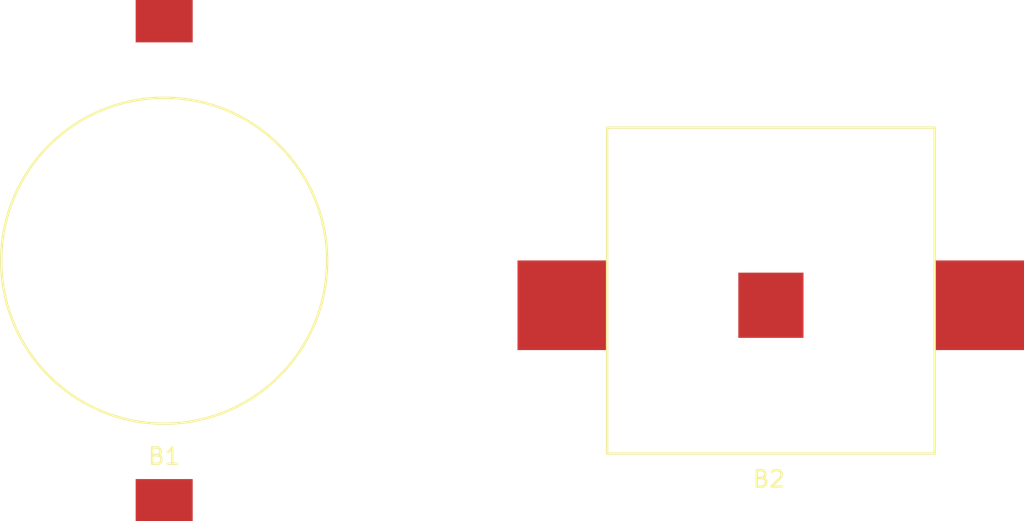
<source format=kicad_pcb>
(kicad_pcb (version 20171130) (host pcbnew "(5.0.1)-3")

  (general
    (thickness 1.6)
    (drawings 0)
    (tracks 0)
    (zones 0)
    (modules 2)
    (nets 5)
  )

  (page A4)
  (layers
    (0 F.Cu signal)
    (31 B.Cu signal)
    (32 B.Adhes user)
    (33 F.Adhes user)
    (34 B.Paste user)
    (35 F.Paste user)
    (36 B.SilkS user)
    (37 F.SilkS user)
    (38 B.Mask user)
    (39 F.Mask user)
    (40 Dwgs.User user)
    (41 Cmts.User user)
    (42 Eco1.User user)
    (43 Eco2.User user)
    (44 Edge.Cuts user)
    (45 Margin user)
    (46 B.CrtYd user)
    (47 F.CrtYd user)
    (48 B.Fab user)
    (49 F.Fab user)
  )

  (setup
    (last_trace_width 0.25)
    (trace_clearance 0.2)
    (zone_clearance 0.508)
    (zone_45_only no)
    (trace_min 0.2)
    (segment_width 0.2)
    (edge_width 0.15)
    (via_size 0.8)
    (via_drill 0.4)
    (via_min_size 0.4)
    (via_min_drill 0.3)
    (uvia_size 0.3)
    (uvia_drill 0.1)
    (uvias_allowed no)
    (uvia_min_size 0.2)
    (uvia_min_drill 0.1)
    (pcb_text_width 0.3)
    (pcb_text_size 1.5 1.5)
    (mod_edge_width 0.15)
    (mod_text_size 1 1)
    (mod_text_width 0.15)
    (pad_size 1.524 1.524)
    (pad_drill 0.762)
    (pad_to_mask_clearance 0.051)
    (solder_mask_min_width 0.25)
    (aux_axis_origin 0 0)
    (visible_elements FFFFFF7F)
    (pcbplotparams
      (layerselection 0x010fc_ffffffff)
      (usegerberextensions false)
      (usegerberattributes false)
      (usegerberadvancedattributes false)
      (creategerberjobfile false)
      (excludeedgelayer true)
      (linewidth 0.100000)
      (plotframeref false)
      (viasonmask false)
      (mode 1)
      (useauxorigin false)
      (hpglpennumber 1)
      (hpglpenspeed 20)
      (hpglpendiameter 15.000000)
      (psnegative false)
      (psa4output false)
      (plotreference true)
      (plotvalue true)
      (plotinvisibletext false)
      (padsonsilk false)
      (subtractmaskfromsilk false)
      (outputformat 1)
      (mirror false)
      (drillshape 1)
      (scaleselection 1)
      (outputdirectory ""))
  )

  (net 0 "")
  (net 1 "Net-(B1-Pad1)")
  (net 2 "Net-(B1-Pad2)")
  (net 3 "Net-(B2-Pad2)")
  (net 4 "Net-(B2-Pad1)")

  (net_class Default "This is the default net class."
    (clearance 0.2)
    (trace_width 0.25)
    (via_dia 0.8)
    (via_drill 0.4)
    (uvia_dia 0.3)
    (uvia_drill 0.1)
    (add_net "Net-(B1-Pad1)")
    (add_net "Net-(B1-Pad2)")
    (add_net "Net-(B2-Pad1)")
    (add_net "Net-(B2-Pad2)")
  )

  (module Battery:Battery_holder (layer F.Cu) (tedit 5E837168) (tstamp 5E85C3E9)
    (at 141.520001 111.123)
    (path /5E83747B)
    (fp_text reference B1 (at 0 12) (layer F.SilkS)
      (effects (font (size 1 1) (thickness 0.15)))
    )
    (fp_text value SMTU2032 (at 0 -11) (layer F.Fab)
      (effects (font (size 1 1) (thickness 0.15)))
    )
    (fp_circle (center 0 0) (end 10 0) (layer F.SilkS) (width 0.15))
    (fp_poly (pts (xy -3.429 -5.461) (xy 3.429 -5.461) (xy 3.429 5.461) (xy -3.429 5.461)) (layer F.Adhes) (width 0.15))
    (fp_line (start -3.462 -5.461) (end 3.538 -5.461) (layer F.Adhes) (width 0.15))
    (fp_line (start 3.538 -5.461) (end 3.538 5.539) (layer F.Adhes) (width 0.15))
    (fp_line (start -3.462 5.539) (end 3.538 5.539) (layer F.Adhes) (width 0.15))
    (fp_line (start -3.462 5.539) (end -3.462 -5.461) (layer F.Adhes) (width 0.15))
    (pad 1 smd rect (at 0 -14.7) (size 3.5 2.6) (layers F.Cu F.Paste F.Mask)
      (net 1 "Net-(B1-Pad1)"))
    (pad 2 smd rect (at 0 14.7) (size 3.5 2.6) (layers F.Cu F.Paste F.Mask)
      (net 2 "Net-(B1-Pad2)"))
  )

  (module Battery:Battery_Holder_SMD2 (layer F.Cu) (tedit 5E837C73) (tstamp 5E85C3F4)
    (at 178.7525 113.8555)
    (path /5E837C48)
    (fp_text reference B2 (at -0.127 10.668) (layer F.SilkS)
      (effects (font (size 1 1) (thickness 0.15)))
    )
    (fp_text value S8211-46R (at -0.127 -12.7) (layer F.Fab)
      (effects (font (size 1 1) (thickness 0.15)))
    )
    (fp_line (start -10.05 9.1) (end 10.05 9.1) (layer F.SilkS) (width 0.15))
    (fp_line (start -10.05 -10.9) (end 10.05 -10.9) (layer F.SilkS) (width 0.15))
    (fp_line (start 10.05 9.1) (end 10.05 -10.9) (layer F.SilkS) (width 0.15))
    (fp_line (start -10.05 9.1) (end -10.05 -10.9) (layer F.SilkS) (width 0.15))
    (pad 2 connect rect (at 0 0) (size 4 4) (layers F.Cu)
      (net 3 "Net-(B2-Pad2)"))
    (pad 1 connect rect (at 12.8 0) (size 5.5 5.5) (layers F.Cu F.Mask)
      (net 4 "Net-(B2-Pad1)"))
    (pad 1 connect rect (at -12.8 0) (size 5.5 5.5) (layers F.Cu F.Mask)
      (net 4 "Net-(B2-Pad1)"))
  )

)

</source>
